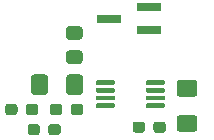
<source format=gbr>
%TF.GenerationSoftware,KiCad,Pcbnew,(5.1.6)-1*%
%TF.CreationDate,2022-05-27T14:19:17+02:00*%
%TF.ProjectId,Charger,43686172-6765-4722-9e6b-696361645f70,V1.0*%
%TF.SameCoordinates,Original*%
%TF.FileFunction,Paste,Top*%
%TF.FilePolarity,Positive*%
%FSLAX46Y46*%
G04 Gerber Fmt 4.6, Leading zero omitted, Abs format (unit mm)*
G04 Created by KiCad (PCBNEW (5.1.6)-1) date 2022-05-27 14:19:17*
%MOMM*%
%LPD*%
G01*
G04 APERTURE LIST*
%ADD10R,2.000000X0.650000*%
G04 APERTURE END LIST*
%TO.C,R1*%
G36*
G01*
X148710001Y-85900000D02*
X147809999Y-85900000D01*
G75*
G02*
X147560000Y-85650001I0J249999D01*
G01*
X147560000Y-84999999D01*
G75*
G02*
X147809999Y-84750000I249999J0D01*
G01*
X148710001Y-84750000D01*
G75*
G02*
X148960000Y-84999999I0J-249999D01*
G01*
X148960000Y-85650001D01*
G75*
G02*
X148710001Y-85900000I-249999J0D01*
G01*
G37*
G36*
G01*
X148710001Y-87950000D02*
X147809999Y-87950000D01*
G75*
G02*
X147560000Y-87700001I0J249999D01*
G01*
X147560000Y-87049999D01*
G75*
G02*
X147809999Y-86800000I249999J0D01*
G01*
X148710001Y-86800000D01*
G75*
G02*
X148960000Y-87049999I0J-249999D01*
G01*
X148960000Y-87700001D01*
G75*
G02*
X148710001Y-87950000I-249999J0D01*
G01*
G37*
%TD*%
%TO.C,U1*%
G36*
G01*
X154300000Y-89625000D02*
X154300000Y-89425000D01*
G75*
G02*
X154400000Y-89325000I100000J0D01*
G01*
X155825000Y-89325000D01*
G75*
G02*
X155925000Y-89425000I0J-100000D01*
G01*
X155925000Y-89625000D01*
G75*
G02*
X155825000Y-89725000I-100000J0D01*
G01*
X154400000Y-89725000D01*
G75*
G02*
X154300000Y-89625000I0J100000D01*
G01*
G37*
G36*
G01*
X154300000Y-90275000D02*
X154300000Y-90075000D01*
G75*
G02*
X154400000Y-89975000I100000J0D01*
G01*
X155825000Y-89975000D01*
G75*
G02*
X155925000Y-90075000I0J-100000D01*
G01*
X155925000Y-90275000D01*
G75*
G02*
X155825000Y-90375000I-100000J0D01*
G01*
X154400000Y-90375000D01*
G75*
G02*
X154300000Y-90275000I0J100000D01*
G01*
G37*
G36*
G01*
X154300000Y-90925000D02*
X154300000Y-90725000D01*
G75*
G02*
X154400000Y-90625000I100000J0D01*
G01*
X155825000Y-90625000D01*
G75*
G02*
X155925000Y-90725000I0J-100000D01*
G01*
X155925000Y-90925000D01*
G75*
G02*
X155825000Y-91025000I-100000J0D01*
G01*
X154400000Y-91025000D01*
G75*
G02*
X154300000Y-90925000I0J100000D01*
G01*
G37*
G36*
G01*
X154300000Y-91575000D02*
X154300000Y-91375000D01*
G75*
G02*
X154400000Y-91275000I100000J0D01*
G01*
X155825000Y-91275000D01*
G75*
G02*
X155925000Y-91375000I0J-100000D01*
G01*
X155925000Y-91575000D01*
G75*
G02*
X155825000Y-91675000I-100000J0D01*
G01*
X154400000Y-91675000D01*
G75*
G02*
X154300000Y-91575000I0J100000D01*
G01*
G37*
G36*
G01*
X150075000Y-91575000D02*
X150075000Y-91375000D01*
G75*
G02*
X150175000Y-91275000I100000J0D01*
G01*
X151600000Y-91275000D01*
G75*
G02*
X151700000Y-91375000I0J-100000D01*
G01*
X151700000Y-91575000D01*
G75*
G02*
X151600000Y-91675000I-100000J0D01*
G01*
X150175000Y-91675000D01*
G75*
G02*
X150075000Y-91575000I0J100000D01*
G01*
G37*
G36*
G01*
X150075000Y-90925000D02*
X150075000Y-90725000D01*
G75*
G02*
X150175000Y-90625000I100000J0D01*
G01*
X151600000Y-90625000D01*
G75*
G02*
X151700000Y-90725000I0J-100000D01*
G01*
X151700000Y-90925000D01*
G75*
G02*
X151600000Y-91025000I-100000J0D01*
G01*
X150175000Y-91025000D01*
G75*
G02*
X150075000Y-90925000I0J100000D01*
G01*
G37*
G36*
G01*
X150075000Y-90275000D02*
X150075000Y-90075000D01*
G75*
G02*
X150175000Y-89975000I100000J0D01*
G01*
X151600000Y-89975000D01*
G75*
G02*
X151700000Y-90075000I0J-100000D01*
G01*
X151700000Y-90275000D01*
G75*
G02*
X151600000Y-90375000I-100000J0D01*
G01*
X150175000Y-90375000D01*
G75*
G02*
X150075000Y-90275000I0J100000D01*
G01*
G37*
G36*
G01*
X150075000Y-89625000D02*
X150075000Y-89425000D01*
G75*
G02*
X150175000Y-89325000I100000J0D01*
G01*
X151600000Y-89325000D01*
G75*
G02*
X151700000Y-89425000I0J-100000D01*
G01*
X151700000Y-89625000D01*
G75*
G02*
X151600000Y-89725000I-100000J0D01*
G01*
X150175000Y-89725000D01*
G75*
G02*
X150075000Y-89625000I0J100000D01*
G01*
G37*
%TD*%
%TO.C,R3*%
G36*
G01*
X145350000Y-93262500D02*
X145350000Y-93737500D01*
G75*
G02*
X145112500Y-93975000I-237500J0D01*
G01*
X144537500Y-93975000D01*
G75*
G02*
X144300000Y-93737500I0J237500D01*
G01*
X144300000Y-93262500D01*
G75*
G02*
X144537500Y-93025000I237500J0D01*
G01*
X145112500Y-93025000D01*
G75*
G02*
X145350000Y-93262500I0J-237500D01*
G01*
G37*
G36*
G01*
X147100000Y-93262500D02*
X147100000Y-93737500D01*
G75*
G02*
X146862500Y-93975000I-237500J0D01*
G01*
X146287500Y-93975000D01*
G75*
G02*
X146050000Y-93737500I0J237500D01*
G01*
X146050000Y-93262500D01*
G75*
G02*
X146287500Y-93025000I237500J0D01*
G01*
X146862500Y-93025000D01*
G75*
G02*
X147100000Y-93262500I0J-237500D01*
G01*
G37*
%TD*%
%TO.C,R2*%
G36*
G01*
X143450000Y-91562500D02*
X143450000Y-92037500D01*
G75*
G02*
X143212500Y-92275000I-237500J0D01*
G01*
X142637500Y-92275000D01*
G75*
G02*
X142400000Y-92037500I0J237500D01*
G01*
X142400000Y-91562500D01*
G75*
G02*
X142637500Y-91325000I237500J0D01*
G01*
X143212500Y-91325000D01*
G75*
G02*
X143450000Y-91562500I0J-237500D01*
G01*
G37*
G36*
G01*
X145200000Y-91562500D02*
X145200000Y-92037500D01*
G75*
G02*
X144962500Y-92275000I-237500J0D01*
G01*
X144387500Y-92275000D01*
G75*
G02*
X144150000Y-92037500I0J237500D01*
G01*
X144150000Y-91562500D01*
G75*
G02*
X144387500Y-91325000I237500J0D01*
G01*
X144962500Y-91325000D01*
G75*
G02*
X145200000Y-91562500I0J-237500D01*
G01*
G37*
%TD*%
D10*
%TO.C,Q1*%
X151190000Y-84100000D03*
X154610000Y-83150000D03*
X154610000Y-85050000D03*
%TD*%
%TO.C,D1*%
G36*
G01*
X147250000Y-91562500D02*
X147250000Y-92037500D01*
G75*
G02*
X147012500Y-92275000I-237500J0D01*
G01*
X146437500Y-92275000D01*
G75*
G02*
X146200000Y-92037500I0J237500D01*
G01*
X146200000Y-91562500D01*
G75*
G02*
X146437500Y-91325000I237500J0D01*
G01*
X147012500Y-91325000D01*
G75*
G02*
X147250000Y-91562500I0J-237500D01*
G01*
G37*
G36*
G01*
X149000000Y-91562500D02*
X149000000Y-92037500D01*
G75*
G02*
X148762500Y-92275000I-237500J0D01*
G01*
X148187500Y-92275000D01*
G75*
G02*
X147950000Y-92037500I0J237500D01*
G01*
X147950000Y-91562500D01*
G75*
G02*
X148187500Y-91325000I237500J0D01*
G01*
X148762500Y-91325000D01*
G75*
G02*
X149000000Y-91562500I0J-237500D01*
G01*
G37*
%TD*%
%TO.C,C3*%
G36*
G01*
X154250000Y-93062500D02*
X154250000Y-93537500D01*
G75*
G02*
X154012500Y-93775000I-237500J0D01*
G01*
X153437500Y-93775000D01*
G75*
G02*
X153200000Y-93537500I0J237500D01*
G01*
X153200000Y-93062500D01*
G75*
G02*
X153437500Y-92825000I237500J0D01*
G01*
X154012500Y-92825000D01*
G75*
G02*
X154250000Y-93062500I0J-237500D01*
G01*
G37*
G36*
G01*
X156000000Y-93062500D02*
X156000000Y-93537500D01*
G75*
G02*
X155762500Y-93775000I-237500J0D01*
G01*
X155187500Y-93775000D01*
G75*
G02*
X154950000Y-93537500I0J237500D01*
G01*
X154950000Y-93062500D01*
G75*
G02*
X155187500Y-92825000I237500J0D01*
G01*
X155762500Y-92825000D01*
G75*
G02*
X156000000Y-93062500I0J-237500D01*
G01*
G37*
%TD*%
%TO.C,C2*%
G36*
G01*
X157175000Y-92275000D02*
X158425000Y-92275000D01*
G75*
G02*
X158675000Y-92525000I0J-250000D01*
G01*
X158675000Y-93450000D01*
G75*
G02*
X158425000Y-93700000I-250000J0D01*
G01*
X157175000Y-93700000D01*
G75*
G02*
X156925000Y-93450000I0J250000D01*
G01*
X156925000Y-92525000D01*
G75*
G02*
X157175000Y-92275000I250000J0D01*
G01*
G37*
G36*
G01*
X157175000Y-89300000D02*
X158425000Y-89300000D01*
G75*
G02*
X158675000Y-89550000I0J-250000D01*
G01*
X158675000Y-90475000D01*
G75*
G02*
X158425000Y-90725000I-250000J0D01*
G01*
X157175000Y-90725000D01*
G75*
G02*
X156925000Y-90475000I0J250000D01*
G01*
X156925000Y-89550000D01*
G75*
G02*
X157175000Y-89300000I250000J0D01*
G01*
G37*
%TD*%
%TO.C,C1*%
G36*
G01*
X146025000Y-89075000D02*
X146025000Y-90325000D01*
G75*
G02*
X145775000Y-90575000I-250000J0D01*
G01*
X144850000Y-90575000D01*
G75*
G02*
X144600000Y-90325000I0J250000D01*
G01*
X144600000Y-89075000D01*
G75*
G02*
X144850000Y-88825000I250000J0D01*
G01*
X145775000Y-88825000D01*
G75*
G02*
X146025000Y-89075000I0J-250000D01*
G01*
G37*
G36*
G01*
X149000000Y-89075000D02*
X149000000Y-90325000D01*
G75*
G02*
X148750000Y-90575000I-250000J0D01*
G01*
X147825000Y-90575000D01*
G75*
G02*
X147575000Y-90325000I0J250000D01*
G01*
X147575000Y-89075000D01*
G75*
G02*
X147825000Y-88825000I250000J0D01*
G01*
X148750000Y-88825000D01*
G75*
G02*
X149000000Y-89075000I0J-250000D01*
G01*
G37*
%TD*%
M02*

</source>
